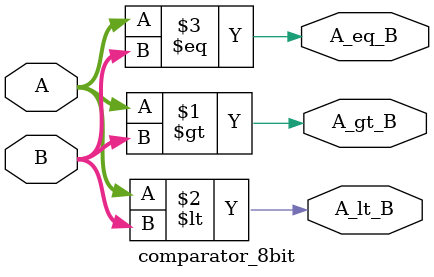
<source format=v>
module comparator_8bit (
    input [7:0] A,
    input [7:0] B,
    output A_gt_B,
    output A_lt_B,
    output A_eq_B
);
    assign A_gt_B = (A > B);
    assign A_lt_B = (A < B);
    assign A_eq_B = (A == B);
endmodule

</source>
